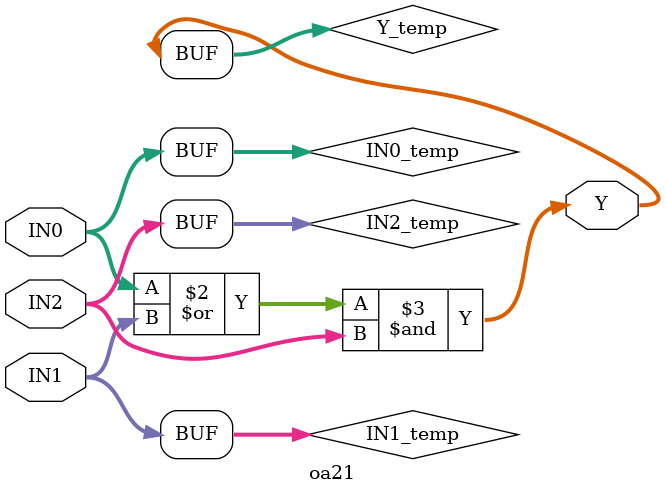
<source format=v>
module oa21(IN0,IN1,IN2,Y);
  parameter N = 8;
  parameter DPFLAG = 0;
  parameter GROUP = "std";
  parameter
        d_IN0 = 0,
        d_IN1 = 0,
        d_IN2 = 0,
        d_Y = 1;
  input [(N - 1):0] IN0;
  input [(N - 1):0] IN1;
  input [(N - 1):0] IN2;
  output [(N - 1):0] Y;
  wire [(N - 1):0] IN0_temp;
  wire [(N - 1):0] IN1_temp;
  wire [(N - 1):0] IN2_temp;
  reg [(N - 1):0] Y_temp;
  assign #(d_IN0) IN0_temp = IN0;
  assign #(d_IN1) IN1_temp = IN1;
  assign #(d_IN2) IN2_temp = IN2;
  assign #(d_Y) Y = Y_temp;
  initial
    begin
    if((DPFLAG == 1))
      $display("(WARNING) The instance %m of type oa21 can't be implemented as a data-path cell");
    end
  always
    @(IN0_temp or IN1_temp or IN2_temp)
      begin
      Y_temp = ((IN0_temp | IN1_temp) & IN2_temp);
      end
endmodule

</source>
